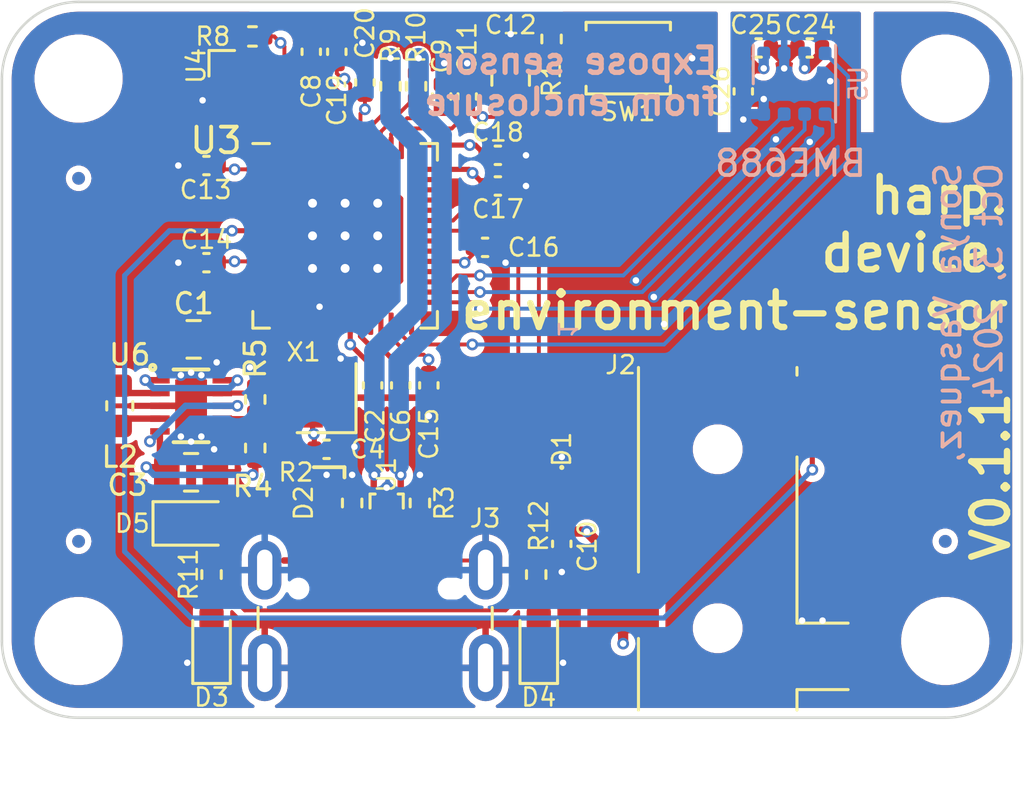
<source format=kicad_pcb>
(kicad_pcb (version 20240108) (generator "pcbnew") (generator_version "8.0")
  (layers (0 "F.Cu" signal) (1 "In1.Cu" power) (2 "In2.Cu" power) (31 "B.Cu" signal) (34 "B.Paste" user) (35 "F.Paste" user) (36 "B.SilkS" user "B.Silkscreen") (37 "F.SilkS" user "F.Silkscreen") (38 "B.Mask" user) (39 "F.Mask" user) (44 "Edge.Cuts" user))
  (net 0 "")
  (net 1 "VBUS")
  (net 2 "GND")
  (net 3 "+3V3")
  (net 4 "+1V1")
  (net 5 "VDD")
  (net 6 "Net-(D3-A)")
  (net 7 "Net-(D4-A)")
  (net 10 "/Harp Core RP2040 + USB/HARP_CLK_SYNC")
  (net 11 "Net-(J3-CC1)")
  (net 12 "/Harp Core RP2040 + USB/D+")
  (net 13 "/Harp Core RP2040 + USB/D-")
  (net 15 "Net-(J3-CC2)")
  (net 17 "/Harp Core RP2040 + USB/USB_Boot")
  (net 18 "/Harp Core RP2040 + USB/QSPI_CS")
  (net 19 "Net-(U3-USB_DP)")
  (net 20 "Net-(U3-USB_DM)")
  (net 21 "Net-(U3-GPIO24)")
  (net 22 "Net-(U3-GPIO25)")
  (net 23 "/Harp Core RP2040 + USB/SCK")
  (net 24 "/Harp Core RP2040 + USB/PICO")
  (net 25 "/Harp Core RP2040 + USB/POCI")
  (net 26 "/Harp Core RP2040 + USB/CS")
  (net 36 "Net-(U3-XIN)")
  (net 52 "/Harp Core RP2040 + USB/QSPI_D3")
  (net 53 "/Harp Core RP2040 + USB/QSPI_CLK")
  (net 54 "/Harp Core RP2040 + USB/QSPI_D0")
  (net 55 "/Harp Core RP2040 + USB/QSPI_D2")
  (net 56 "/Harp Core RP2040 + USB/QSPI_D1")
  (net 58 "Net-(U6-LX1)")
  (net 59 "Net-(U6-LX2)")
  (net 60 "Net-(U6-EN)")
  (net 61 "Net-(U6-PS)")
  (footprint "Diode_SMD:D_0402_1005Metric" (layer "F.Cu") (at 145.9 101.3 -90)
    (property "Reference" "D1")
    (property "Value" "D_TVS" (hide yes))
  )
  (footprint "Capacitor_SMD:C_0402_1005Metric" (layer "F.Cu") (at 132 92.2)
    (property "Reference" "C14")
    (property "Value" "100nF" (hide yes))
  )
  (footprint "Diode_SMD:D_0402_1005Metric" (layer "F.Cu") (at 136.7 101.6 -90)
    (property "Reference" "D2")
    (property "Value" "D_TVS" (hide yes))
  )
  (footprint "Fiducial:Fiducial_0.5mm_Mask1mm" (layer "F.Cu") (at 127 103.1)
    (property "Reference" "FID3" (hide yes))
    (property "Value" "Fiducial" (hide yes))
  )
  (footprint "Capacitor_SMD:C_0402_1005Metric" (layer "F.Cu") (at 136.1 83.95 -90)
    (property "Reference" "C8")
    (property "Value" "100nF" (hide yes))
  )
  (footprint "Resistor_SMD:R_0402_1005Metric" (layer "F.Cu") (at 133.91 97.55 90)
    (property "Reference" "R5")
    (property "Value" "100K" (hide yes))
  )
  (footprint "Resistor_SMD:R_0402_1005Metric" (layer "F.Cu") (at 140.35 101.6 90)
    (property "Reference" "R3")
    (property "Value" "5K1" (hide yes))
  )
  (footprint "Connector_Audio:Jack_3.5mm_CUI_SJ-3523-SMT_Horizontal" (layer "F.Cu") (at 152 104 180)
    (property "Reference" "J2")
    (property "Value" "AudioJack3" (hide yes))
  )
  (footprint "MountingHole:MountingHole_3.2mm_M3_DIN965" (layer "F.Cu") (at 160.9 85)
    (property "Reference" "REF**" (hide yes))
    (property "Value" "MountingHole_3.2mm_M3_DIN965" (hide yes))
  )
  (footprint "Capacitor_SMD:C_0402_1005Metric" (layer "F.Cu") (at 142.9 91.6 180)
    (property "Reference" "C16")
    (property "Value" "100nF" (hide yes))
  )
  (footprint "Capacitor_SMD:C_0402_1005Metric" (layer "F.Cu") (at 155.6 83.8)
    (property "Reference" "C24")
    (property "Value" "100nF" (hide yes))
  )
  (footprint "Capacitor_SMD:C_0402_1005Metric" (layer "F.Cu") (at 142.2 85.7 90)
    (property "Reference" "C11")
    (property "Value" "1uF" (hide yes))
  )
  (footprint "Capacitor_SMD:C_0402_1005Metric" (layer "F.Cu") (at 137.1 83.95 -90)
    (property "Reference" "C19")
    (property "Value" "100nF" (hide yes))
  )
  (footprint "Capacitor_SMD:C_0805_2012Metric" (layer "F.Cu") (at 131.4 100.4)
    (property "Reference" "C3")
    (property "Value" "10uF" (hide yes))
  )
  (footprint "Fiducial:Fiducial_0.5mm_Mask1mm" (layer "F.Cu") (at 127 88.9)
    (property "Reference" "FID1" (hide yes))
    (property "Value" "Fiducial" (hide yes))
  )
  (footprint "LED_SMD:LED_0603_1608Metric_Pad1.05x0.95mm_HandSolder" (layer "F.Cu") (at 132.2 107 90)
    (property "Reference" "D3")
    (property "Value" "LED" (hide yes))
  )
  (footprint "kicad_component_library:RP2040-QFN-56" (layer "F.Cu") (at 137.425 91.15)
    (property "Reference" "U3")
    (property "Value" "RP2040" (hide yes))
  )
  (footprint "Capacitor_SMD:C_0402_1005Metric" (layer "F.Cu") (at 140.7 97 90)
    (property "Reference" "C15")
    (property "Value" "100nF" (hide yes))
  )
  (footprint "Capacitor_SMD:C_0402_1005Metric" (layer "F.Cu") (at 153.6 83.8 180)
    (property "Reference" "C25")
    (property "Value" "100nF" (hide yes))
  )
  (footprint "Capacitor_SMD:C_0402_1005Metric" (layer "F.Cu") (at 153 85.5 -90)
    (property "Reference" "C26")
    (property "Value" "1uF" (hide yes))
  )
  (footprint "kicad_component_library:Winbond-8USON-2x3mm" (layer "F.Cu") (at 133.8 85.1)
    (property "Reference" "U4")
    (property "Value" "W25Q16JVUXIQ" (hide yes))
  )
  (footprint "Inductor_SMD:L_0603_1608Metric" (layer "F.Cu") (at 128.61 97.8 90)
    (property "Reference" "L2")
    (property "Value" "L" (hide yes))
  )
  (footprint "Capacitor_SMD:C_0805_2012Metric" (layer "F.Cu") (at 131.5 95.2 180)
    (property "Reference" "C1")
    (property "Value" "22uF" (hide yes))
  )
  (footprint "Fiducial:Fiducial_0.5mm_Mask1mm" (layer "F.Cu") (at 160.9 103.1)
    (property "Reference" "FID2" (hide yes))
    (property "Value" "Fiducial" (hide yes))
  )
  (footprint "Capacitor_SMD:C_0805_2012Metric" (layer "F.Cu") (at 143.9 85 90)
    (property "Reference" "C12")
    (property "Value" "10uF" (hide yes))
  )
  (footprint "LED_SMD:LED_0603_1608Metric_Pad1.05x0.95mm_HandSolder" (layer "F.Cu") (at 145 107 90)
    (property "Reference" "D4")
    (property "Value" "LED" (hide yes))
  )
  (footprint "kicad_component_library:WDFN-10-1EP_2.5x2.5mm_P0.5_EP1.25x2.1mm" (layer "F.Cu") (at 131.4 97.8)
    (property "Reference" "U6")
    (property "Value" "rt6150b-33gqw" (hide yes))
  )
  (footprint "Resistor_SMD:R_0402_1005Metric" (layer "F.Cu") (at 137.7 101.6 90)
    (property "Reference" "R2")
    (property "Value" "5K1" (hide yes))
  )
  (footprint "Crystal:Crystal_SMD_2016-4Pin_2.0x1.6mm" (layer "F.Cu") (at 136.7 97.5 90)
    (property "Reference" "X1")
    (property "Value" "ECS-TXO-2016" (hide yes))
  )
  (footprint "Capacitor_SMD:C_0402_1005Metric" (layer "F.Cu") (at 143.4 88 180)
    (property "Reference" "C18")
    (property "Value" "100nF" (hide yes))
  )
  (footprint "Capacitor_SMD:C_0402_1005Metric" (layer "F.Cu") (at 136.7 99.5)
    (property "Reference" "C4")
    (property "Value" "10nF" (hide yes))
  )
  (footprint "Resistor_SMD:R_0402_1005Metric" (layer "F.Cu") (at 140.2 85.3 90)
    (property "Reference" "R10")
    (property "Value" "27" (hide yes))
  )
  (footprint "MountingHole:MountingHole_3.2mm_M3_DIN965" (layer "F.Cu") (at 127 85)
    (property "Reference" "REF**" (hide yes))
    (property "Value" "MountingHole_3.2mm_M3_DIN965" (hide yes))
  )
  (footprint "Resistor_SMD:R_0402_1005Metric" (layer "F.Cu") (at 139.2 85.3 90)
    (property "Reference" "R9")
    (property "Value" "27" (hide yes))
  )
  (footprint "Resistor_SMD:R_0402_1005Metric" (layer "F.Cu") (at 133.91 99.45 -90)
    (property "Reference" "R4")
    (property "Value" "100K" (hide yes))
  )
  (footprint "Capacitor_SMD:C_0402_1005Metric" (layer "F.Cu") (at 143.4 89.2 180)
    (property "Reference" "C17")
    (property "Value" "100nF" (hide yes))
  )
  (footprint "Diode_SMD:D_SOD-323F" (layer "F.Cu") (at 131.41 102.4)
    (property "Reference" "D5")
    (property "Value" "BAT54J" (hide yes))
  )
  (footprint "Capacitor_SMD:C_0402_1005Metric" (layer "F.Cu") (at 141.2 85.7 90)
    (property "Reference" "C9")
    (property "Value" "1uF" (hide yes))
  )
  (footprint "Capacitor_SMD:C_0402_1005Metric" (layer "F.Cu") (at 138.2 85.15 -90)
    (property "Reference" "C20")
    (property "Value" "100nF" (hide yes))
  )
  (footprint "Resistor_SMD:R_0402_1005Metric" (layer "F.Cu") (at 132.2 104.4 -90)
    (property "Reference" "R11")
    (property "Value" "330" (hide yes))
  )
  (footprint "Capacitor_SMD:C_0402_1005Metric" (layer "F.Cu") (at 145.9 103.2 -90)
    (property "Reference" "C10")
    (property "Value" "1uF" (hide yes))
  )
  (footprint "Resistor_SMD:R_0402_1005Metric" (layer "F.Cu") (at 145.5 83.45 90)
    (property "Reference" "R1")
    (property "Value" "1K" (hide yes))
  )
  (footprint "Capacitor_SMD:C_0402_1005Metric" (layer "F.Cu") (at 132 88.4)
    (property "Reference" "C13")
    (property "Value" "100nF" (hide yes))
  )
  (footprint "Capacitor_SMD:C_0402_1005Metric" (layer "F.Cu") (at 139.6 97 90)
    (property "Reference" "C6")
    (property "Value" "100nF" (hide yes))
  )
  (footprint "Button_Switch_SMD:SW_SPST_B3U-1000P" (layer "F.Cu") (at 148.5 84.2 180)
    (property "Reference" "SW1")
    (property "Value" "SW_Push" (hide yes))
  )
  (footprint "Package_TO_SOT_SMD:Texas_DRT-3" (layer "F.Cu") (at 139.05 101.8)
    (property "Reference" "U1")
    (property "Value" "TPD2EUSB30" (hide yes))
  )
  (footprint "MountingHole:MountingHole_3.2mm_M3_DIN965" (layer "F.Cu") (at 127 107)
    (property "Reference" "REF**" (hide yes))
    (property "Value" "MountingHole_3.2mm_M3_DIN965" (hide yes))
  )
  (footprint "Capacitor_SMD:C_0402_1005Metric" (layer "F.Cu") (at 138.5 97 90)
    (property "Reference" "C2")
    (property "Value" "100nF" (hide yes))
  )
  (footprint "MountingHole:MountingHole_3.2mm_M3_DIN965" (layer "F.Cu") (at 160.9 107)
    (property "Reference" "REF**" (hide yes))
    (property "Value" "MountingHole_3.2mm_M3_DIN965" (hide yes))
  )
  (footprint "Resistor_SMD:R_0402_1005Metric" (layer "F.Cu") (at 144.9 104.4 -90)
    (property "Reference" "R12")
    (property "Value" "330" (hide yes))
  )
  (footprint "Connector_USB:USB_C_Receptacle_JAE_DX07S016JA1R1500" (layer "F.Cu") (at 138.6 106.9)
    (property "Reference" "J3")
    (property "Value" "USB_C_Receptacle_USB2.0" (hide yes))
  )
  (footprint "Resistor_SMD:R_0402_1005Metric" (layer "F.Cu") (at 133.8 83.35)
    (property "Reference" "R8")
    (property "Value" "10K" (hide yes))
  )
  (footprint "Package_LGA:Bosch_LGA-8_3x3mm_P0.8mm_ClockwisePinNumbering" (layer "B.Cu") (at 155 85.2)
    (property "Reference" "U5")
    (property "Value" "BME688" (hide yes))
  )
  (footprint "Fiducial:Fiducial_0.5mm_Mask1mm" (layer "B.Cu") (at 127 88.9 180)
    (property "Reference" "FID4" (hide yes))
    (property "Value" "Fiducial" (hide yes))
  )
  (footprint "Fiducial:Fiducial_0.5mm_Mask1mm" (layer "B.Cu") (at 160.9 103.1 180)
    (property "Reference" "FID6" (hide yes))
    (property "Value" "Fiducial" (hide yes))
  )
  (footprint "Fiducial:Fiducial_0.5mm_Mask1mm" (layer "B.Cu") (at 127 103.1 180)
    (property "Reference" "FID5" (hide yes))
    (property "Value" "Fiducial" (hide yes))
  )
  (gr_line (start 137.4 100.2) (end 137.4 100.6) (stroke (width 0.15)) (layer "F.SilkS"))
  (gr_line (start 136.2 100.2) (end 137.4 100.2) (stroke (width 0.15)) (layer "F.SilkS"))
  (gr_line (start 160.9 82) (end 127 82) (stroke (width 0.1)) (layer "Edge.Cuts"))
  (gr_arc (start 127 110) (mid 124.87868 109.12132) (end 124 107) (stroke (width 0.1)) (layer "Edge.Cuts"))
  (gr_line (start 163.9 107) (end 163.9 85) (stroke (width 0.1)) (layer "Edge.Cuts"))
  (gr_arc (start 163.9 107) (mid 163.02132 109.12132) (end 160.9 110) (stroke (width 0.1)) (layer "Edge.Cuts"))
  (gr_arc (start 160.9 82) (mid 163.02132 82.87868) (end 163.9 85) (stroke (width 0.1)) (layer "Edge.Cuts"))
  (gr_line (start 124 85) (end 124 107) (stroke (width 0.1)) (layer "Edge.Cuts"))
  (gr_arc (start 124 85) (mid 124.87868 82.87868) (end 127 82) (stroke (width 0.1)) (layer "Edge.Cuts"))
  (gr_line (start 127 110) (end 160.9 110) (stroke (width 0.1)) (layer "Edge.Cuts"))
  (gr_text "Expose sensor \nfrom enclosure" (at 152.1 86.5 0) (layer "B.SilkS") (effects (font (size 1 1) (thickness 0.2) (bold yes)) (justify left bottom mirror)))
  (gr_text "BME688" (at 157.9 88.9 0) (layer "B.SilkS") (effects (font (size 1 1)) (justify left bottom mirror)))
  (gr_text "1" (at 145.7 95.2 -90) (layer "B.SilkS") (effects (font (size 0.7 0.7) (thickness 0.1)) (justify left bottom mirror)))
  (gr_text "Sonya Vasquez,\nOct 3, 2024" (at 163.2 88.2 90) (layer "B.SilkS") (effects (font (size 1 1)) (justify left bottom mirror)))
  (gr_text "V0.1.1" (at 163.5 104 90) (layer "F.SilkS") (effects (font (size 1.4 1.4) (thickness 0.25) (bold yes)) (justify left bottom)))
  (gr_text "harp.\ndevice.\nenvironment-sensor" (at 163.5 94.9 0) (layer "F.SilkS") (effects (font (size 1.4 1.4) (thickness 0.25) (bold yes)) (justify right bottom)))
  (segment (start 136.7 102.085) (end 136.25 102.535) (width 0.25) (layer "F.Cu") (net 1))
  (segment (start 140.95 104.335144) (end 140.95 103.85) (width 0.25) (layer "F.Cu") (net 1))
  (segment (start 135.4524 102.4) (end 136.25 103.1976) (width 0.5) (layer "F.Cu") (net 1))
  (segment (start 132.51 102.4) (end 135.4524 102.4) (width 0.5) (layer "F.Cu") (net 1))
  (segment (start 136.25 104.35) (end 137.0464 105.1464) (width 0.25) (layer "F.Cu") (net 1))
  (segment (start 136.25 103.1976) (end 136.25 103.85) (width 0.5) (layer "F.Cu") (net 1))
  (segment (start 137.0464 105.1464) (end 140.138744 105.1464) (width 0.25) (layer "F.Cu") (net 1))
  (segment (start 140.138744 105.1464) (end 140.95 104.335144) (width 0.25) (layer "F.Cu") (net 1))
  (segment (start 136.25 102.535) (end 136.25 104.35) (width 0.25) (layer "F.Cu") (net 1))
  (segment (start 132.6192 97.300001) (end 131.899999 97.300001) (width 0.25) (layer "F.Cu") (net 2))
  (segment (start 143.7 92.2) (end 143.7 91.92) (width 0.1524) (layer "F.Cu") (net 2))
  (segment (start 135.5 103.85) (end 134.655 103.85) (width 0.1524) (layer "F.Cu") (net 2))
  (segment (start 141.2 84.5) (end 141.3 84.4) (width 0.1524) (layer "F.Cu") (net 2))
  (segment (start 155.12 83.8) (end 154.6 84.32) (width 0.4) (layer "F.Cu") (net 2))
  (segment (start 136.1 83.47) (end 137.1 83.47) (width 0.1524) (layer "F.Cu") (net 2))
  (segment (start 143.7 91.92) (end 143.38 91.6) (width 0.1524) (layer "F.Cu") (net 2))
  (segment (start 142.2 85.22) (end 142.2 84.4) (width 0.1524) (layer "F.Cu") (net 2))
  (segment (start 153 86.6) (end 153 85.98) (width 0.4) (layer "F.Cu") (net 2))
  (segment (start 138.5 97.48) (end 139.6 97.48) (width 0.25) (layer "F.Cu") (net 2))
  (segment (start 133.91 96.51) (end 133.7 96.3) (width 0.2) (layer "F.Cu") (net 2))
  (segment (start 144.5 89.2) (end 143.88 89.2) (width 0.1524) (layer "F.Cu") (net 2))
  (segment (start 130.9 88.4) (end 131.52 88.4) (width 0.1524) (layer "F.Cu") (net 2))
  (segment (start 131.52 92.2) (end 130.9 92.2) (width 0.1524) (layer "F.Cu") (net 2))
  (segment (start 145.9 104.3) (end 145.9 103.68) (width 0.1524) (layer "F.Cu") (net 2))
  (segment (start 133.649999 97.300001) (end 132.6192 97.300001) (width 0.2) (layer "F.Cu") (net 2))
  (segment (start 150.2 84.2) (end 151 84.2) (width 0.1524) (layer "F.Cu") (net 2))
  (segment (start 132.45 95.2) (end 132.45 96.05) (width 0.1524) (layer "F.Cu") (net 2))
  (segment (start 131.4 97.8) (end 131.4 96.5) (width 0.25) (layer "F.Cu") (net 2))
  (segment (start 154.08 83.8) (end 154.6 84.32) (width 0.4) (layer "F.Cu") (net 2))
  (segment (start 136.425 93.925) (end 136.425 94.5875) (width 0.1524) (layer "F.Cu") (net 2))
  (segment (start 136.7 100.5) (end 136.7 101.115) (width 0.1524) (layer "F.Cu") (net 2))
  (segment (start 131.4 98.6) (end 131 99) (width 0.25) (layer "F.Cu") (net 2))
  (segment (start 156.1 106.2) (end 155.7 106.6) (width 0.4) (layer "F.Cu") (net 2))
  (segment (start 131.899999 97.300001) (end 131.4 97.8) (width 0.25) (layer "F.Cu") (net 2))
  (segment (start 155.7 106.6) (end 155.3 106.2) (width 0.4) (layer "F.Cu") (net 2))
  (segment (start 131 99) (end 131.8 99) (width 0.25) (layer "F.Cu") (net 2))
  (segment (start 132.45 96.05) (end 132.4 96.1) (width 0.1524) (layer "F.Cu") (net 2))
  (segment (start 131.4 99.2) (end 131.4 97.8) (width 0.25) (layer "F.Cu") (net 2))
  (segment (start 145.9 99.8) (end 145.9 100.815) (width 0.1524) (layer "F.Cu") (net 2))
  (segment (start 137.788277 99.4) (end 137.28 99.4) (width 0.1524) (layer "F.Cu") (net 2))
  (segment (start 138.1 83.6) (end 137.97 83.47) (width 0.1524) (layer "F.Cu") (net 2))
  (segment (start 140.35 100.5) (end 140.35 101.09) (width 0.1524) (layer "F.Cu") (net 2))
  (segment (start 131.85 85.85) (end 132.55 85.85) (width 0.1524) (layer "F.Cu") (net 2))
  (segment (start 138.2 84.67) (end 138.2 83.7) (width 0.1524) (layer "F.Cu") (net 2))
  (segment (start 144.5 88) (end 143.88 88) (width 0.1524) (layer "F.Cu") (net 2))
  (segment (start 137.97 83.47) (end 137.1 83.47) (width 0.1524) (layer "F.Cu") (net 2))
  (segment (start 134.655 103.85) (end 134.28 104.225) (width 0.1524) (layer "F.Cu") (net 2))
  (segment (start 141.2 85.22) (end 141.2 84.5) (width 0.1524) (layer "F.Cu") (net 2))
  (segment (start 137.7 100.5) (end 137.7 101.09) (width 0.1524) (layer "F.Cu") (net 2))
  (segment (start 132.35 99.55) (end 132.3 99.5) (width 0.1524) (layer "F.Cu") (net 2))
  (segment (start 139.6 97.48) (end 140.7 97.48) (width 0.25) (layer "F.Cu") (net 2))
  (segment (start 133.91 97.04) (end 133.91 96.51) (width 0.2) (layer "F.Cu") (net 2))
  (segment (start 145.925 107.875) (end 145.95 107.85) (width 0.1524) (layer "F.Cu") (net 2))
  (segment (start 131.4 97) (end 131.8 96.6) (width 0.25) (layer "F.Cu") (net 2))
  (segment (start 142.545 103.85) (end 142.92 104.225) (width 0.1524) (layer "F.Cu") (net 2))
  (segment (start 137.25 95.95) (end 137.25 96.8) (width 0.2) (layer "F.Cu") (net 2))
  (segment (start 141.7 103.85) (end 142.545 103.85) (width 0.1524) (layer "F.Cu") (net 2))
  (segment (start 130.1808 97.8) (end 131.4 97.8) (width 0.25) (layer "F.Cu") (net 2))
  (segment (start 132.2 107.875) (end 131.275 107.875) (width 0.1524) (layer "F.Cu") (net 2))
  (segment (start 139.05 101) (end 139.05 101.375) (width 0.1524) (layer "F.Cu") (net 2))
  (segment (start 137.28 99.4) (end 137.18 99.5) (width 0.1524) (layer "F.Cu") (net 2))
  (segment (start 131.4 97) (end 131 96.6) (width 0.25) (layer "F.Cu") (net 2))
  (segment (start 131.4 97.8) (end 131.4 98.6) (width 0.25) (layer "F.Cu") (net 2))
  (segment (start 143.9 83.2567) (end 143.9 84.05) (width 0.1524) (layer "F.Cu") (net 2))
  (segment (start 155.7 107.6) (end 155.7 106.6) (width 0.4) (layer "F.Cu") (net 2))
  (segment (start 154.6 84.32) (end 154.6 84.6) (width 0.4) (layer "F.Cu") (net 2))
  (segment (start 140.7 97.48) (end 140.7 98.2) (width 0.25) (layer "F.Cu") (net 2))
  (segment (start 133.91 97.04) (end 133.649999 97.300001) (width 0.2) (layer "F.Cu") (net 2))
  (segment (start 145 107.875) (end 145.925 107.875) (width 0.1524) (layer "F.Cu") (net 2))
  (segment (start 132.35 100.4) (end 132.35 99.55) (width 0.1524) (layer "F.Cu") (net 2))
  (segment (start 131.275 107.875) (end 131.25 107.85) (width 0.1524) (layer "F.Cu") (net 2))
  (segment (start 131.4 98.6) (end 131.8 99) (width 0.25) (layer "F.Cu") (net 2))
  (segment (start 131.4 97.8) (end 131.4 97) (width 0.25) (layer "F.Cu") (net 2))
  (segment (start 138.2 83.7) (end 138.1 83.6) (width 0.1524) (layer "F.Cu") (net 2))
  (via (at 145.9 104.3) (size 0.4572) (drill 0.254) (layers "F.Cu" "B.Cu") (net 2))
  (via (at 149.9 94.6) (size 0.4572) (drill 0.254) (layers "F.Cu" "B.Cu") (net 2))
  (via (at 139.05 101) (size 0.4572) (drill 0.254) (layers "F.Cu" "B.Cu") (net 2))
  (via (at 143.7 92.2) (size 0.4572) (drill 0.254) (layers "F.Cu" "B.Cu") (net 2))
  (via (at 151 84.2) (size 0.4572) (drill 0.254) (layers "F.Cu" "B.Cu") (net 2))
  (via (at 131 96.6) (size 0.4572) (drill 0.254) (layers "F.Cu" "B.Cu") (net 2))
  (via (at 142.2 84.4) (size 0.4572) (drill 0.254) (layers "F.Cu" "B.Cu") (net 2))
  (via (at 131.4 96.5) (size 0.4572) (drill 0.254) (layers "F.Cu" "B.Cu") (net 2))
  (via (at 156.1 106.2) (size 0.4572) (drill 0.254) (layers "F.Cu" "B.Cu") (net 2))
  (via (at 144.5 88) (size 0.4572) (drill 0.254) (layers "F.Cu" "B.Cu") (net 2))
  (via (at 136.425 93.925) (size 0.4572) (drill 0.254) (layers "F.Cu" "B.Cu") (net 2))
  (via (at 155.6 87.47671) (size 0.4572) (drill 0.254) (layers "F.Cu" "B.Cu") (net 2))
  (via (at 145.9 99.8) (size 0.4572) (drill 0.254) (layers "F.Cu" "B.Cu") (net 2))
  (via (at 131.8 96.6) (size 0.4572) (drill 0.254) (layers "F.Cu" "B.Cu") (net 2))
  (via (at 154.27671 87.37671) (size 0.4572) (drill 0.254) (layers "F.Cu" "B.Cu") (net 2))
  (via (at 130.9 92.2) (size 0.4572) (drill 0.254) (layers "F.Cu" "B.Cu") (net 2))
  (via (at 149.5 93.5428) (size 0.4572) (drill 0.254) (layers "F.Cu" "B.Cu") (net 2))
  (via (at 156.4 85.1) (size 0.4572) (drill 0.254) (layers "F.Cu" "B.Cu") (net 2))
  (via (at 133.7 96.3) (size 0.4572) (drill 0.254) (layers "F.Cu" "B.Cu") (net 2))
  (via (at 148.8 92.8928) (size 0.4572) (drill 0.254) (layers "F.Cu" "B.Cu") (net 2))
  (via (at 131.85 85.85) (size 0.4572) (drill 0.254) (layers "F.Cu" "B.Cu") (net 2))
  (via (at 131 99) (size 0.4572) (drill 0.254) (layers "F.Cu" "B.Cu") (net 2))
  (via (at 154.6 84.6) (size 0.4572) (drill 0.254) (layers "F.Cu" "B.Cu") (net 2))
  (via (at 136.7 100.5) (size 0.4572) (drill 0.254) (layers "F.Cu" "B.Cu") (net 2))
  (via (at 143.9 83.2567) (size 0.4572) (drill 0.254) (layers "F.Cu" "B.Cu") (net 2))
  (via (at 137.7 100.5) (size 0.4572) (drill 0.254) (layers "F.Cu" "B.Cu") (net 2))
  (via (at 155.3 106.2) (size 0.4572) (drill 0.254) (layers "F.Cu" "B.Cu") (net 2))
  (via (at 138.1 83.6) (size 0.4572) (drill 0.254) (layers "F.Cu" "B.Cu") (net 2))
  (via (at 144.5 89.2) (size 0.4572) (drill 0.254) (layers "F.Cu" "B.Cu") (net 2))
  (via (at 153 86.6) (size 0.4572) (drill 0.254) (layers "F.Cu" "B.Cu") (net 2))
  (via (at 140.35 100.5) (size 0.4572) (drill 0.254) (layers "F.Cu" "B.Cu") (net 2))
  (via (at 137.788277 99.4) (size 0.4572) (drill 0.254) (layers "F.Cu" "B.Cu") (net 2))
  (via (at 145.95 107.85) (size 0.4572) (drill 0.254) (layers "F.Cu" "B.Cu") (net 2))
  (via (at 141.3 84.4) (size 0.4572) (drill 0.254) (layers "F.Cu" "B.Cu") (net 2))
  (via (at 153.8 85.8) (size 0.4572) (drill 0.254) (layers "F.Cu" "B.Cu") (net 2))
  (via (at 132.3 99.5) (size 0.4572) (drill 0.254) (layers "F.Cu" "B.Cu") (net 2))
  (via (at 137.25 95.95) (size 0.4572) (drill 0.254) (layers "F.Cu" "B.Cu") (net 2))
  (via (at 130.9 88.4) (size 0.4572) (drill 0.254) (layers "F.Cu" "B.Cu") (net 2))
  (via (at 131.8 99) (size 0.4572) (drill 0.254) (layers "F.Cu" "B.Cu") (net 2))
  (via (at 132.4 96.1) (size 0.4572) (drill 0.254) (layers "F.Cu" "B.Cu") (net 2))
  (via (at 131.25 107.85) (size 0.4572) (drill 0.254) (layers "F.Cu" "B.Cu") (net 2))
  (via (at 131.4 99.2) (size 0.4572) (drill 0.254) (layers "F.Cu" "B.Cu") (net 2))
  (via (at 140.7 98.2) (size 0.4572) (drill 0.254) (layers "F.Cu" "B.Cu") (net 2))
  (segment (start 153.8 86.3875) (end 153.8 85.8) (width 0.4) (layer "B.Cu") (net 2))
  (segment (start 153.8 86.3875) (end 153.2125 86.3875) (width 0.4) (layer "B.Cu") (net 2))
  (segment (start 153.2125 86.3875) (end 153 86.6) (width 0.4) (layer "B.Cu") (net 2))
  (segment (start 154.6 84.0125) (end 154.6 84.6) (width 0.4) (layer "B.Cu") (net 2))
  (segment (start 129.61 96.794001) (end 129.615998 96.799999) (width 0.25) (layer "F.Cu") (net 3))
  (segment (start 132.48 92.2) (end 132.53 92.15) (width 0.1524) (layer "F.Cu") (net 3))
  (segment (start 133.1 88.55) (end 132.63 88.55) (width 0.1524) (layer "F.Cu") (net 3))
  (segment (start 146.88 102.72) (end 145.9 102.72) (width 0.4) (layer "F.Cu") (net 3))
  (segment (start 138.2 86.2) (end 138.2 85.63) (width 0.1524) (layer "F.Cu") (net 3))
  (segment (start 142.8 86.5) (end 143.35 86.5) (width 0.1524) (layer "F.Cu") (net 3))
  (segment (start 148.3 104.14) (end 148.3 105.6) (width 0.4) (layer "F.Cu") (net 3))
  (segment (start 129.615998 96.799999) (end 130.1808 96.799999) (width 0.25) (layer "F.Cu") (net 3))
  (segment (start 140.688126 95.988126) (end 140.5 95.8) (width 0.1524) (layer "F.Cu") (net 3))
  (segment (start 153.5 84.6) (end 153.8 84.6) (width 0.4) (layer "F.Cu") (net 3))
  (segment (start 142.3 87.6) (end 140.1375 87.6) (width 0.2) (layer "F.Cu") (net 3))
  (segment (start 134.9 83.6) (end 135.05 83.75) (width 0.1524) (layer "F.Cu") (net 3))
  (segment (start 143.35 86.5) (end 143.9 85.95) (width 0.1524) (layer "F.Cu") (net 3))
  (segment (start 153.12 84.22) (end 153.5 84.6) (width 0.4) (layer "F.Cu") (net 3))
  (segment (start 142.3 87.6) (end 142.52 87.6) (width 0.2) (layer "F.Cu") (net 3))
  (segment (start 148.3 107.1) (end 148.3 105.6) (width 0.4) (layer "F.Cu") (net 3))
  (segment (start 142.52 87.6) (end 142.92 88) (width 0.2) (layer "F.Cu") (net 3))
  (segment (start 137.625 95.4) (end 137.625 94.5875) (width 0.2) (layer "F.Cu") (net 3))
  (segment (start 136.15 98.85) (end 136.15 98.2) (width 0.2) (layer "F.Cu") (net 3))
  (segment (start 137.4 85) (end 137.625 85.225) (width 0.1524) (layer "F.Cu") (net 3))
  (segment (start 140.5 95.8) (end 139.9 95.8) (width 0.1524) (layer "F.Cu") (net 3))
  (segment (start 142.41 88.69) (end 142.27 88.55) (width 0.2) (layer "F.Cu") (net 3))
  (segment (start 153 85.02) (end 153.42 84.6) (width 0.4) (layer "F.Cu") (net 3))
  (segment (start 142.52 86.5) (end 142.2 86.18) (width 0.1524) (layer "F.Cu") (net 3))
  (segment (start 142.42 91.88) (end 142.42 91.6) (width 0.1524) (layer "F.Cu") (net 3))
  (segment (start 130.55 95.2) (end 130.55 95.65) (width 0.25) (layer "F.Cu") (net 3))
  (segment (start 142.2 86.35) (end 141.6 86.95) (width 0.1524) (layer "F.Cu") (net 3))
  (segment (start 137.3 85) (end 137.4 85) (width 0.1524) (layer "F.Cu") (net 3))
  (segment (start 145.9 102.72) (end 145.9 101.785) (width 0.4) (layer "F.Cu") (net 3))
  (segment (start 142.41 88.69) (end 142.92 89.2) (width 0.2) (layer "F.Cu") (net 3))
  (segment (start 139.225 95.125) (end 139.225 94.5875) (width 0.1524) (layer "F.Cu") (net 3))
  (segment (start 146.88 102.72) (end 148.3 104.14) (width 0.4) (layer "F.Cu") (net 3))
  (segment (start 138.5 96.275) (end 138.5 96.52) (width 0.2) (layer "F.Cu") (net 3))
  (segment (start 141.6 86.95) (end 139.95 86.95) (width 0.1524) (layer "F.Cu") (net 3))
  (segment (start 132.53 92.15) (end 133.9875 92.15) (width 0.1524) (layer "F.Cu") (net 3))
  (segment (start 139.625 87.275) (end 139.625 87.7125) (width 0.1524) (layer "F.Cu") (net 3))
  (segment (start 134.31 83.35) (end 134.65 83.35) (width 0.1524) (layer "F.Cu") (net 3))
  (segment (start 134.65 83.35) (end 134.9 83.6) (width 0.1524) (layer "F.Cu") (net 3))
  (segment (start 132.63 88.55) (end 132.48 88.4) (width 0.1524) (layer "F.Cu") (net 3))
  (segment (start 142.2 86.18) (end 142.2 86.35) (width 0.1524) (layer "F.Cu") (net 3))
  (segment (start 155.5 84.6) (end 155.4 84.6) (width 0.4) (layer "F.Cu") (net 3))
  (segment (start 138.2 86.2) (end 138.025 86.375) (width 0.1524) (layer "F.Cu") (net 3))
  (segment (start 142.8 86.5) (end 142.52 86.5) (width 0.1524) (layer "F.Cu") (net 3))
  (segment (start 139.95 86.95) (end 139.625 87.275) (width 0.1524) (layer "F.Cu") (net 3))
  (segment (start 153.42 84.6) (end 153.8 84.6) (width 0.4) (layer "F.Cu") (net 3))
  (segment (start 137.625 85.225) (end 137.625 87.7125) (width 0.1524) (layer "F.Cu") (net 3))
  (segment (start 130.55 95.65) (end 130.1808 96.0192) (width 0.25) (layer "F.Cu") (net 3))
  (segment (start 130.1808 96.0192) (end 130.1808 96.799999) (width 0.25) (layer "F.Cu") (net 3))
  (segment (start 156.08 84.02) (end 155.5 84.6) (width 0.4) (layer "F.Cu") (net 3))
  (segment (start 137.625 95.4) (end 138.5 96.275) (width 0.2) (layer "F.Cu") (net 3))
  (segment (start 135.05 83.75) (end 135.05 84.35) (width 0.1524) (layer "F.Cu") (net 3))
  (segment (start 136.22 98.92) (end 136.22 99.5) (width 0.2) (layer "F.Cu") (net 3))
  (segment (start 156.08 83.8) (end 156.08 84.02) (width 0.4) (layer "F.Cu") (net 3))
  (segment (start 140.1375 87.6) (end 140.025 87.7125) (width 0.2) (layer "F.Cu") (net 3))
  (segment (start 140.7 96) (end 140.7 96.52) (width 0.1524) (layer "F.Cu") (net 3))
  (segment (start 137.1 84.43) (end 137.1 84.8) (width 0.1524) (layer "F.Cu") (net 3))
  (segment (start 139.9 95.8) (end 139.225 95.125) (width 0.1524) (layer "F.Cu") (net 3))
  (segment (start 153.12 83.8) (end 153.12 84.22) (width 0.4) (layer "F.Cu") (net 3))
  (segment (start 133.21 96.799999) (end 132.6192 96.799999) (width 0.25) (layer "F.Cu") (net 3))
  (segment (start 136.2 98.9) (end 136.15 98.85) (width 0.2) (layer "F.Cu") (net 3))
  (segment (start 140.688126 95.988126) (end 140.7 96) (width 0.1524) (layer "F.Cu") (net 3))
  (segment (start 137.1 84.8) (end 137.3 85) (width 0.1524) (layer "F.Cu") (net 3))
  (segment (start 142.27 88.55) (end 140.8625 88.55) (width 0.2) (layer "F.Cu") (net 3))
  (segment (start 136.2 98.9) (end 136.22 98.92) (width 0.2) (layer "F.Cu") (net 3))
  (segment (start 142.15 92.15) (end 142.42 91.88) (width 0.1524) (layer "F.Cu") (net 3))
  (segment (start 140.8625 92.15) (end 142.15 92.15) (width 0.1524) (layer "F.Cu") (net 3))
  (segment (start 133.9875 88.55) (end 133.1 88.55) (width 0.1524) (layer "F.Cu") (net 3))
  (segment (start 138.025 86.375) (end 138.025 87.7125) (width 0.1524) (layer "F.Cu") (net 3))
  (via (at 142.3 87.6) (size 0.4572) (drill 0.254) (layers "F.Cu" "B.Cu") (net 3))
  (via (at 142.8 86.5) (size 0.4572) (drill 0.254) (layers "F.Cu" "B.Cu") (net 3))
  (via (at 148.3 107.1) (size 0.4572) (drill 0.254) (layers "F.Cu" "B.Cu") (net 3))
  (via (at 153.8 84.6) (size 0.4572) (drill 0.254) (layers "F.Cu" "B.Cu") (net 3))
  (via (at 142.1 92.2) (size 0.4572) (drill 0.254) (layers "F.Cu" "B.Cu") (net 3))
  (via (at 138.2 86.2) (size 0.4572) (drill 0.254) (layers "F.Cu" "B.Cu") (net 3))
  (via (at 129.61 96.794001) (size 0.4572) (drill 0.254) (layers "F.Cu" "B.Cu") (net 3))
  (via (at 142.41 88.69) (size 0.4572) (drill 0.254) (layers "F.Cu" "B.Cu") (net 3))
  (via (at 136.2 98.9) (size 0.4572) (drill 0.254) (layers "F.Cu" "B.Cu") (net 3))
  (via (at 133.1 92.15) (size 0.4572) (drill 0.254) (layers "F.Cu" "B.Cu") (net 3))
  (via (at 155.4 84.6) (size 0.4572) (drill 0.254) (layers "F.Cu" "B.Cu") (net 3))
  (via (at 140.688126 95.988126) (size 0.4572) (drill 0.254) (layers "F.Cu" "B.Cu") (net 3))
  (via (at 146.88 102.72) (size 0.4572) (drill 0.254) (layers "F.Cu" "B.Cu") (net 3))
  (via (at 137.4 85) (size 0.4572) (drill 0.254) (layers "F.Cu" "B.Cu") (net 3))
  (via (at 137.625 95.4) (size 0.4572) (drill 0.254) (layers "F.Cu" "B.Cu") (net 3))
  (via (at 133.1 88.55) (size 0.4572) (drill 0.254) (layers "F.Cu" "B.Cu") (net 3))
  (via (at 134.9 83.6) (size 0.4572) (drill 0.254) (layers "F.Cu" "B.Cu") (net 3))
  (via (at 133.21 96.799999) (size 0.4572) (drill 0.254) (layers "F.Cu" "B.Cu") (net 3))
  (segment (start 129.921999 97.106) (end 129.61 96.794001) (width 0.25) (layer "B.Cu") (net 3))
  (segment (start 153.8 84.0125) (end 153.8 84.6) (width 0.4) (layer "B.Cu") (net 3))
  (segment (start 155.4 84.0125) (end 155.4 84.6) (width 0.4) (layer "B.Cu") (net 3))
  (segment (start 133.21 96.799999) (end 132.903999 97.106) (width 0.25) (layer "B.Cu") (net 3))
  (segment (start 132.903999 97.106) (end 129.921999 97.106) (width 0.25) (layer "B.Cu") (net 3))
  (segment (start 141.2 86.18) (end 140.83 86.55) (width 0.1524) (layer "F.Cu") (net 4))
  (segment (start 139 95.7) (end 139.6 96.3) (width 0.2) (layer "F.Cu") (net 4))
  (segment (start 139.6 96.3) (end 139.6 96.52) (width 0.2) (layer "F.Cu") (net 4))
  (segment (start 139.225 87.7125) (end 139.225 88.275) (width 0.2) (layer "F.Cu") (net 4))
  (segment (start 139.225 88.275) (end 138.7 88.8) (width 0.2) (layer "F.Cu") (net 4))
  (segment (start 137.225 88.325) (end 137.225 87.7125) (width 0.2) (layer "F.Cu") (net 4))
  (segment (start 139.6 92.9) (end 138.975 93.525) (width 0.2) (layer "F.Cu") (net 4))
  (segment (start 136.1 84.43) (end 137.225 85.555) (width 0.1524) (layer "F.Cu") (net 4))
  (segment (start 138.4 93.525) (end 138.025 93.9) (width 0.2) (layer "F.Cu") (net 4))
  (segment (start 138.65 95.7) (end 139 95.7) (width 0.2) (layer "F.Cu") (net 4))
  (segment (start 138.025 95.075) (end 138.65 95.7) (width 0.2) (layer "F.Cu") (net 4))
  (segment (start 138.7 88.8) (end 137.881 88.8) (width 0.2) (layer "F.Cu") (net 4))
  (segment (start 139.6 89.7) (end 139.6 92.9) (width 0.2) (layer "F.Cu") (net 4))
  (segment (start 138.975 93.525) (end 138.4 93.525) (width 0.2) (layer "F.Cu") (net 4))
  (segment (start 137.881 88.8) (end 137.7 88.8) (width 0.2) (layer "F.Cu") (net 4))
  (segment (start 140.83 86.55) (end 139.85 86.55) (width 0.1524) (layer "F.Cu") (net 4))
  (segment (start 137.7 88.8) (end 137.225 88.325) (width 0.2) (layer "F.Cu") (net 4))
  (segment (start 139.85 86.55) (end 139.225 87.175) (width 0.1524) (layer "F.Cu") (net 4))
  (segment (start 138.025 94.5875) (end 138.025 95.075) (width 0.2) (layer "F.Cu") (net 4))
  (segment (start 137.225 85.555) (end 137.225 87.7125) (width 0.1524) (layer "F.Cu") (net 4))
  (segment (start 139.225 87.175) (end 139.225 87.7125) (width 0.1524) (layer "F.Cu") (net 4))
  (segment (start 138.7 88.8) (end 139.6 89.7) (width 0.2) (layer "F.Cu") (net 4))
  (segment (start 138.025 93.9) (end 138.025 94.5875) (width 0.2) (layer "F.Cu") (net 4))
  (segment (start 130.31 102.4) (end 130.31 100.54) (width 0.5) (layer "F.Cu") (net 5))
  (segment (start 129.7904 99.1904) (end 129.790401 99.1904) (width 0.25) (layer "F.Cu") (net 5))
  (segment (start 130.1808 100.1308) (end 130.45 100.4) (width 0.25) (layer "F.Cu") (net 5))
  (segment (start 129.790401 99.1904) (end 130.1808 98.800001) (width 0.25) (layer "F.Cu") (net 5))
  (segment (start 133.81 100.5) (end 133.91 100.4) (width 0.25) (layer "F.Cu") (net 5))
  (segment (start 132.6192 97.8) (end 133.21 97.8) (width 0.25) (layer "F.Cu") (net 5))
  (segment (start 133.91 100.4) (end 133.91 99.96) (width 0.25) (layer "F.Cu") (net 5))
  (segment (start 129.65 100.2) (end 130.25 100.2) (width 0.25) (layer "F.Cu") (net 5))
  (segment (start 130.1808 98.800001) (end 130.1808 100.1308) (width 0.25) (layer "F.Cu") (net 5))
  (segment (start 130.25 100.2) (end 130.45 100.4) (width 0.25) (layer "F.Cu") (net 5))
  (segment (start 130.31 100.54) (end 130.45 100.4) (width 0.5) (layer "F.Cu") (net 5))
  (via (at 133.21 97.8) (size 0.4572) (drill 0.254) (layers "F.Cu" "B.Cu") (net 5))
  (via (at 133.81 100.5) (size 0.4572) (drill 0.254) (layers "F.Cu" "B.Cu") (net 5))
  (via (at 129.65 100.2) (size 0.4572) (drill 0.254) (layers "F.Cu" "B.Cu") (net 5))
  (via (at 129.7904 99.1904) (size 0.4572) (drill 0.254) (layers "F.Cu" "B.Cu") (net 5))
  (segment (start 129.95 100.5) (end 129.65 100.2) (width 0.25) (layer "B.Cu") (net 5))
  (segment (start 131.1808 97.8) (end 133.21 97.8) (width 0.25) (layer "B.Cu") (net 5))
  (segment (start 129.7904 99.1904) (end 131.1808 97.8) (width 0.25) (layer "B.Cu") (net 5))
  (segment (start 133.81 100.5) (end 129.95 100.5) (width 0.25) (layer "B.Cu") (net 5))
  (segment (start 132.2 106.125) (end 132.2 104.91) (width 0.1524) (layer "F.Cu") (net 6))
  (segment (start 145 106.125) (end 145 105.01) (width 0.1524) (layer "F.Cu") (net 7))
  (segment (start 145 105.01) (end 144.9 104.91) (width 0.1524) (layer "F.Cu") (net 7))
  (segment (start 155.7 100.3) (end 155.7 98.2) (width 0.2) (layer "F.Cu") (net 10))
  (segment (start 133 90.95) (end 133.9875 90.95) (width 0.2) (layer "F.Cu") (net 10))
  (via (at 133 90.95) (size 0.4572) (drill 0.254) (layers "F.Cu" "B.Cu") (net 10))
  (via (at 155.7 100.3) (size 0.4572) (drill 0.254) (layers "F.Cu" "B.Cu") (net 10))
  (segment (start 155.7 100.3) (end 149.9 106.1) (width 0.2) (layer "B.Cu") (net 10))
  (segment (start 128.8 92.7) (end 130.55 90.95) (width 0.2) (layer "B.Cu") (net 10))
  (segment (start 149.9 106.1) (end 131.4 106.1) (width 0.2) (layer "B.Cu") (net 10))
  (segment (start 128.8 103.5) (end 128.8 92.7) (width 0.2) (layer "B.Cu") (net 10))
  (segment (start 131.4 106.1) (end 128.8 103.5) (width 0.2) (layer "B.Cu") (net 10))
  (segment (start 130.55 90.95) (end 133 90.95) (width 0.2) (layer "B.Cu") (net 10))
  (segment (start 137.7 102.2) (end 136.85 103.05) (width 0.2) (layer "F.Cu") (net 11))
  (segment (start 136.85 103.05) (end 136.85 103.85) (width 0.2) (layer "F.Cu") (net 11))
  (segment (start 137.7 102.11) (end 137.7 102.2) (width 0.2) (layer "F.Cu") (net 11))
  (segment (start 138.35 103.05) (end 138.35 103.85) (width 0.25) (layer "F.Cu") (net 12))
  (segment (start 138.544 102.069) (end 138.7 102.225) (width 0.25) (layer "F.Cu") (net 12))
  (segment (start 139.2 84.2) (end 139.2 84.79) (width 0.2) (layer "F.Cu") (net 12))
  (segment (start 138.7 102.7) (end 138.35 103.05) (width 0.25) (layer "F.Cu") (net 12))
  (segment (start 138.7 102.7) (end 138.7 102.9) (width 0.25) (layer "F.Cu") (net 12))
  (segment (start 138.569277 100.5) (end 138.544 100.525277) (width 0.25) (layer "F.Cu") (net 12))
  (segment (start 138.7 102.9) (end 138.85 103.05) (width 0.25) (layer "F.Cu") (net 12))
  (segment (start 138.544 100.525277) (end 138.544 102.069) (width 0.25) (layer "F.Cu") (net 12))
  (segment (start 138.7 102.225) (end 138.7 102.7) (width 0.25) (layer "F.Cu") (net 12))
  (segment (start 138.85 103.05) (end 138.85 103.85) (width 0.25) (layer "F.Cu") (net 12))
  (via (at 138.569277 100.5) (size 0.4572) (drill 0.254) (layers "F.Cu" "B.Cu") (net 12))
  (via (at 139.2 84.2) (size 0.4572) (drill 0.254) (layers "F.Cu" "B.Cu") (net 12))
  (segment (start 138.569277 100.1) (end 138.569277 95.658971) (width 0.8) (layer "B.Cu") (net 12))
  (segment (start 139.2 86.543502) (end 139.2 84.2) (width 0.8) (layer "B.Cu") (net 12))
  (segment (start 138.569277 95.658971) (end 140.25 93.978248) (width 0.8) (layer "B.Cu") (net 12))
  (segment (start 138.569277 100.5) (end 138.569277 100.1) (width 0.2) (layer "B.Cu") (net 12))
  (segment (start 140.25 93.978248) (end 140.25 87.593502) (width 0.8) (layer "B.Cu") (net 12))
  (segment (start 140.25 87.593502) (end 139.2 86.543502) (width 0.8) (layer "B.Cu") (net 12))
  (segment (start 139.6 102.025) (end 139.4 102.225) (width 0.25) (layer "F.Cu") (net 13))
  (segment (start 139.35 104.55) (end 139.2 104.7) (width 0.25) (layer "F.Cu") (net 13))
  (segment (start 140.2 84.3) (end 140.2 84.79) (width 0.2) (layer "F.Cu") (net 13))
  (segment (start 140.3 84.2) (end 140.2 84.3) (width 0.2) (layer "F.Cu") (net 13))
  (segment (start 138 104.7) (end 137.85 104.55) (width 0.25) (layer "F.Cu") (net 13))
  (segment (start 139.6 100.5) (end 139.6 102.025) (width 0.25) (layer "F.Cu") (net 13))
  (segment (start 139.35 102.275) (end 139.35 104.55) (width 0.25) (layer "F.Cu") (net 13))
  (segment (start 137.85 104.55) (end 137.85 103.85) (width 0.25) (layer "F.Cu") (net 13))
  (segment (start 139.4 102.225) (end 139.35 102.275) (width 0.25) (layer "F.Cu") (net 13))
  (segment (start 139.2 104.7) (end 138 104.7) (width 0.25) (layer "F.Cu") (net 13))
  (via (at 140.3 84.2) (size 0.4572) (drill 0.254) (layers "F.Cu" "B.Cu") (net 13))
  (via (at 139.6 100.5) (size 0.4572) (drill 0.254) (layers "F.Cu" "B.Cu") (net 13))
  (segment (start 140.3 86.3) (end 140.3 84.2) (width 0.8) (layer "B.Cu") (net 13))
  (segment (start 139.519277 100.1) (end 139.519277 96.052473) (width 0.8) (layer "B.Cu") (net 13))
  (segment (start 141.2 87.2) (end 140.3 86.3) (width 0.8) (layer "B.Cu") (net 13))
  (segment (start 141.2 94.37175) (end 141.2 87.2) (width 0.8) (layer "B.Cu") (net 13))
  (segment (start 139.519277 100.419277) (end 139.6 100.5) (width 0.2) (layer "B.Cu") (net 13))
  (segment (start 139.519277 96.052473) (end 141.2 94.37175) (width 0.8) (layer "B.Cu") (net 13))
  (segment (start 139.519277 100.1) (end 139.519277 100.419277) (width 0.2) (layer "B.Cu") (net 13))
  (segment (start 139.85 102.95) (end 139.85 103.85) (width 0.2) (layer "F.Cu") (net 15))
  (segment (start 140.35 102.11) (end 140.35 102.45) (width 0.2) (layer "F.Cu") (net 15))
  (segment (start 140.35 102.45) (end 139.85 102.95) (width 0.2) (layer "F.Cu") (net 15))
  (segment (start 146.56 83.96) (end 146.8 84.2) (width 0.1524) (layer "F.Cu") (net 17))
  (segment (start 145.5 83.96) (end 146.56 83.96) (width 0.1524) (layer "F.Cu") (net 17))
  (segment (start 130.65 85.1) (end 130.65 86.55) (width 0.1524) (layer "F.Cu") (net 18))
  (segment (start 133.84 82.8) (end 133.29 83.35) (width 0.1524) (layer "F.Cu") (net 18))
  (segment (start 145.36 82.8) (end 133.84 82.8) (width 0.1524) (layer "F.Cu") (net 18))
  (segment (start 132.6 84.04) (end 132.6 84.3) (width 0.1524) (layer "F.Cu") (net 18))
  (segment (start 130.65 86.55) (end 131.8125 87.7125) (width 0.1524) (layer "F.Cu") (net 18))
  (segment (start 131.8125 87.7125) (end 134.825 87.7125) (width 0.1524) (layer "F.Cu") (net 18))
  (segment (start 133.29 83.35) (end 132.6 84.04) (width 0.1524) (layer "F.Cu") (net 18))
  (segment (start 131.4 84.35) (end 130.65 85.1) (width 0.1524) (layer "F.Cu") (net 18))
  (segment (start 145.5 82.94) (end 145.36 82.8) (width 0.1524) (layer "F.Cu") (net 18))
  (segment (start 132.6 84.3) (end 132.55 84.35) (width 0.1524) (layer "F.Cu") (net 18))
  (segment (start 132.55 84.35) (end 131.4 84.35) (width 0.1524) (layer "F.Cu") (net 18))
  (segment (start 139.2 86.1) (end 138.425 86.875) (width 0.1524) (layer "F.Cu") (net 19))
  (segment (start 139.2 85.81) (end 139.2 86.1) (width 0.1524) (layer "F.Cu") (net 19))
  (segment (start 138.425 86.875) (end 138.425 87.7125) (width 0.1524) (layer "F.Cu") (net 19))
  (segment (start 140.09 85.81) (end 138.825 87.075) (width 0.1524) (layer "F.Cu") (net 20))
  (segment (start 138.825 87.075) (end 138.825 87.7125) (width 0.1524) (layer "F.Cu") (net 20))
  (segment (start 140.2 85.81) (end 140.09 85.81) (width 0.1524) (layer "F.Cu") (net 20))
  (segment (start 132.2 103.89) (end 132.79 103.89) (width 0.1524) (layer "F.Cu") (net 21))
  (segment (start 143.65 90.95) (end 140.8625 90.95) (width 0.1524) (layer "F.Cu") (net 21))
  (segment (start 144.2 91.5) (end 143.65 90.95) (width 0.1524) (layer "F.Cu") (net 21))
  (segment (start 133 104.1) (end 133 105.3) (width 0.1524) (layer "F.Cu") (net 21))
  (segment (start 132.79 103.89) (end 133 104.1) (width 0.1524) (layer "F.Cu") (net 21))
  (segment (start 133.5 105.8) (end 143.7 105.8) (width 0.1524) (layer "F.Cu") (net 21))
  (segment (start 133 105.3) (end 133.5 105.8) (width 0.1524) (layer "F.Cu") (net 21))
  (segment (start 143.7 105.8) (end 144.2 105.3) (width 0.1524) (layer "F.Cu") (net 21))
  (segment (start 144.2 105.3) (end 144.2 91.5) (width 0.1524) (layer "F.Cu") (net 21))
  (segment (start 145.0048 103.7852) (end 145.0048 91.3048) (width 0.1524) (layer "F.Cu") (net 22))
  (segment (start 144 90.3) (end 141.9 90.3) (width 0.1524) (layer "F.Cu") (net 22))
  (segment (start 141.65 90.55) (end 140.8625 90.55) (width 0.1524) (layer "F.Cu") (net 22))
  (segment (start 144.9 103.89) (end 145.0048 103.7852) (width 0.1524) (layer "F.Cu") (net 22))
  (segment (start 145.0048 91.3048) (end 144 90.3) (width 0.1524) (layer "F.Cu") (net 22))
  (segment (start 141.9 90.3) (end 141.65 90.55) (width 0.1524) (layer "F.Cu") (net 22))
  (segment (start 142.7 94) (end 142.45 93.75) (width 0.1524) (layer "F.Cu") (net 23))
  (segment (start 142.45 93.75) (end 140.8625 93.75) (width 0.1524) (layer "F.Cu") (net 23))
  (via (at 142.7 94) (size 0.4572) (drill 0.254) (layers "F.Cu" "B.Cu") (net 23))
  (segment (start 149.8 94) (end 156.5 87.3) (width 0.1524) (layer "B.Cu") (net 23))
  (segment (start 156.5 86.6875) (end 156.2 86.3875) (width 0.1524) (layer "B.Cu") (net 23))
  (segment (start 156.5 87.3) (end 156.5 86.6875) (width 0.1524) (layer "B.Cu") (net 23))
  (segment (start 142.7 94) (end 149.8 94) (width 0.1524) (layer "B.Cu") (net 23))
  (segment (start 142.7 93.35) (end 140.8625 93.35) (width 0.1524) (layer "F.Cu") (net 24))
  (via (at 142.7 93.35) (size 0.4572) (drill 0.254) (layers "F.Cu" "B.Cu") (net 24))
  (segment (start 149.310621 93.0856) (end 149.3144 93.0856) (width 0.1524) (layer "B.Cu") (net 24))
  (segment (start 149.046221 93.35) (end 149.310621 93.0856) (width 0.1524) (layer "B.Cu") (net 24))
  (segment (start 142.7 93.35) (end 149.046221 93.35) (width 0.1524) (layer "B.Cu") (net 24))
  (segment (start 149.3144 93.0856) (end 155.4 87) (width 0.1524) (layer "B.Cu") (net 24))
  (segment (start 155.4 87) (end 155.4 86.3875) (width 0.1524) (layer "B.Cu") (net 24))
  (segment (start 142.4 95.4) (end 140.004614 95.4) (width 0.1524) (layer "F.Cu") (net 25))
  (segment (start 140.004614 95.4) (end 139.625 95.020386) (width 0.1524) (layer "F.Cu") (net 25))
  (segment (start 139.625 95.020386) (end 139.625 94.5875) (width 0.1524) (layer "F.Cu") (net 25))
  (via (at 142.4 95.4) (size 0.4572) (drill 0.254) (layers "F.Cu" "B.Cu") (net 25))
  (segment (start 157.1 84.9125) (end 156.2 84.0125) (width 0.1524) (layer "B.Cu") (net 25))
  (segment (start 142.4 95.4) (end 149.9 95.4) (width 0.1524) (layer "B.Cu") (net 25))
  (segment (start 149.9 95.4) (end 157.1 88.2) (width 0.1524) (layer "B.Cu") (net 25))
  (segment (start 157.1 88.2) (end 157.1 84.9125) (width 0.1524) (layer "B.Cu") (net 25))
  (segment (start 141.8 92.7) (end 141.55 92.95) (width 0.1524) (layer "F.Cu") (net 26))
  (segment (start 142.7 92.7) (end 141.8 92.7) (width 0.1524) (layer "F.Cu") (net 26))
  (segment (start 141.55 92.95) (end 140.8625 92.95) (width 0.1524) (layer "F.Cu") (net 26))
  (via (at 142.7 92.7) (size 0.4572) (drill 0.254) (layers "F.Cu" "B.Cu") (net 26))
  (segment (start 142.7 92.7) (end 148.306841 92.7) (width 0.1524) (layer "B.Cu") (net 26))
  (segment (start 148.306841 92.7) (end 154.6 86.406841) (width 0.1524) (layer "B.Cu") (net 26))
  (segment (start 154.6 86.406841) (end 154.6 86.3875) (width 0.1524) (layer "B.Cu") (net 26))
  (segment (start 136.825 95.112176) (end 136.15 95.787176) (width 0.2) (layer "F.Cu") (net 36))
  (segment (start 136.15 95.787176) (end 136.15 96.8) (width 0.2) (layer "F.Cu") (net 36))
  (segment (start 136.825 94.5875) (end 136.825 95.112176) (width 0.2) (layer "F.Cu") (net 36))
  (segment (start 135.6 84.85) (end 136.825 86.075) (width 0.1524) (layer "F.Cu") (net 52))
  (segment (start 135.05 84.85) (end 135.6 84.85) (width 0.1524) (layer "F.Cu") (net 52))
  (segment (start 136.825 86.075) (end 136.825 87.7125) (width 0.1524) (layer "F.Cu") (net 52))
  (segment (start 135.05 85.35) (end 135.5 85.35) (width 0.1524) (layer "F.Cu") (net 53))
  (segment (start 136.425 86.275) (end 136.425 87.7125) (width 0.1524) (layer "F.Cu") (net 53))
  (segment (start 135.5 85.35) (end 136.425 86.275) (width 0.1524) (layer "F.Cu") (net 53))
  (segment (start 135.5 85.85) (end 136.025 86.375) (width 0.1524) (layer "F.Cu") (net 54))
  (segment (start 135.05 85.85) (end 135.5 85.85) (width 0.1524) (layer "F.Cu") (net 54))
  (segment (start 136.025 86.375) (end 136.025 87.7125) (width 0.1524) (layer "F.Cu") (net 54))
  (segment (start 131.3928 86.1428) (end 131.7 86.45) (width 0.1524) (layer "F.Cu") (net 55))
  (segment (start 131.67671 85.35) (end 131.3928 85.63391) (width 0.1524) (layer "F.Cu") (net 55))
  (segment (start 131.3928 85.63391) (end 131.3928 86.1428) (width 0.1524) (layer "F.Cu") (net 55))
  (segment (start 135.25 86.45) (end 135.625 86.825) (width 0.1524) (layer "F.Cu") (net 55))
  (segment (start 135.625 86.825) (end 135.625 87.7125) (width 0.1524) (layer "F.Cu") (net 55))
  (segment (start 132.55 85.35) (end 131.67671 85.35) (width 0.1524) (layer "F.Cu") (net 55))
  (segment (start 131.7 86.45) (end 135.25 86.45) (width 0.1524) (layer "F.Cu") (net 55))
  (segment (start 131.6 84.85) (end 131.05 85.4) (width 0.1524) (layer "F.Cu") (net 56))
  (segment (start 131.05 85.4) (end 131.05 86.35) (width 0.1524) (layer "F.Cu") (net 56))
  (segment (start 134.95 86.85) (end 135.225 87.125) (width 0.1524) (layer "F.Cu") (net 56))
  (segment (start 131.05 86.35) (end 131.55 86.85) (width 0.1524) (layer "F.Cu") (net 56))
  (segment (start 132.55 84.85) (end 131.6 84.85) (width 0.1524) (layer "F.Cu") (net 56))
  (segment (start 135.225 87.125) (end 135.225 87.7125) (width 0.1524) (layer "F.Cu") (net 56))
  (segment (start 131.55 86.85) (end 134.95 86.85) (width 0.1524) (layer "F.Cu") (net 56))
  (segment (start 128.897501 98.299999) (end 128.61 98.5875) (width 0.25) (layer "F.Cu") (net 58))
  (segment (start 130.1808 98.299999) (end 128.897501 98.299999) (width 0.25) (layer "F.Cu") (net 58))
  (segment (start 130.1808 97.300001) (end 128.897501 97.300001) (width 0.25) (layer "F.Cu") (net 59))
  (segment (start 128.897501 97.300001) (end 128.61 97.0125) (width 0.25) (layer "F.Cu") (net 59))
  (segment (start 133.91 98.94) (end 133.19 98.94) (width 0.25) (layer "F.Cu") (net 60))
  (segment (start 133.050001 98.800001) (end 132.6192 98.800001) (width 0.25) (layer "F.Cu") (net 60))
  (segment (start 133.19 98.94) (end 133.050001 98.800001) (width 0.25) (layer "F.Cu") (net 60))
  (segment (start 133.670001 98.299999) (end 133.91 98.06) (width 0.2) (layer "F.Cu") (net 61))
  (segment (start 132.6192 98.299999) (end 133.670001 98.299999) (width 0.2) (layer "F.Cu") (net 61))
  (zone (net 0) (net_name "") (layers "F.Cu" "In1.Cu" "In2.Cu" "B.Cu") (connect_pads (clearance 0)) (min_thickness 0.25)
    (keepout (tracks not_allowed) (vias not_allowed) (pads not_allowed) (copperpour not_allowed) (footprints allowed))
    (fill (thermal_gap 0.5) (thermal_bridge_width 0.5))
    (polygon (pts (xy 158.1 87.1) (xy 158.1 82) (xy 157.6 82) (xy 157.6 87.1)))
  )
  (zone (net 0) (net_name "") (layers "F.Cu" "In1.Cu" "In2.Cu" "B.Cu") (connect_pads (clearance 0)) (min_thickness 0.25)
    (keepout (tracks not_allowed) (vias not_allowed) (pads not_allowed) (copperpour not_allowed) (footprints allowed))
    (fill (thermal_gap 0.5) (thermal_bridge_width 0.5))
    (polygon (pts (xy 152.5 87.1) (xy 152.5 82) (xy 152 82) (xy 152 87.1)))
  )
  (zone (net 2) (net_name "GND") (layers "F.Cu" "In1.Cu" "B.Cu") (connect_pads (clearance 0.254)) (min_thickness 0.127) (fill yes (thermal_gap 0.254) (thermal_bridge_width 0.254))
    (polygon (pts (xy 124 110) (xy 164 110) (xy 164 82) (xy 124 82)))
  )
)
</source>
